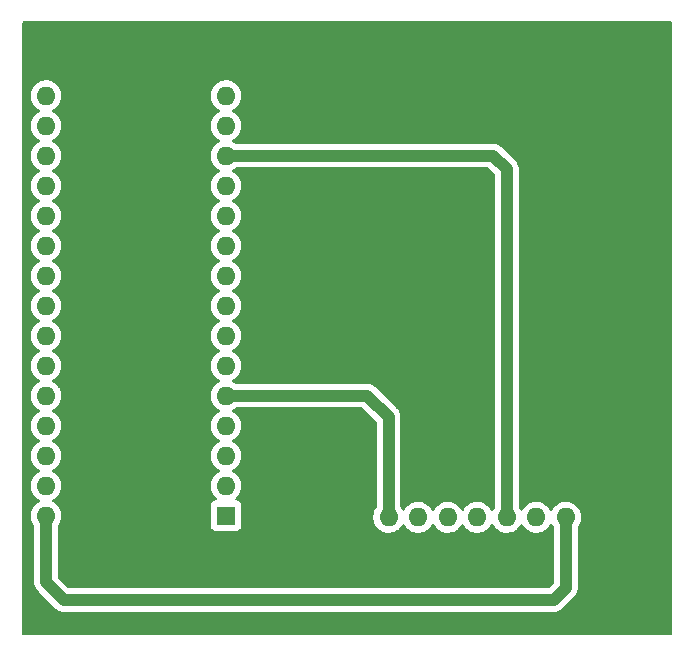
<source format=gbr>
%TF.GenerationSoftware,KiCad,Pcbnew,9.0.2-9.0.2-0~ubuntu22.04.1*%
%TF.CreationDate,2025-06-18T20:33:50+02:00*%
%TF.ProjectId,salaemcp,73616c61-656d-4637-902e-6b696361645f,rev?*%
%TF.SameCoordinates,Original*%
%TF.FileFunction,Copper,L1,Top*%
%TF.FilePolarity,Positive*%
%FSLAX46Y46*%
G04 Gerber Fmt 4.6, Leading zero omitted, Abs format (unit mm)*
G04 Created by KiCad (PCBNEW 9.0.2-9.0.2-0~ubuntu22.04.1) date 2025-06-18 20:33:50*
%MOMM*%
%LPD*%
G01*
G04 APERTURE LIST*
%TA.AperFunction,ComponentPad*%
%ADD10O,1.600000X1.600000*%
%TD*%
%TA.AperFunction,ComponentPad*%
%ADD11R,1.600000X1.600000*%
%TD*%
%TA.AperFunction,Conductor*%
%ADD12C,1.000000*%
%TD*%
G04 APERTURE END LIST*
D10*
%TO.P,,2*%
%TO.N,N/C*%
X132500000Y-93000000D03*
%TD*%
%TO.P,,5*%
%TO.N,N/C*%
X140000000Y-93000000D03*
%TD*%
%TO.P,,4*%
%TO.N,N/C*%
X137500000Y-93000000D03*
%TD*%
%TO.P,,1*%
%TO.N,N/C*%
X130000000Y-93000000D03*
%TD*%
%TO.P,,6*%
%TO.N,N/C*%
X142500000Y-93000000D03*
%TD*%
%TO.P,,3*%
%TO.N,N/C*%
X135000000Y-93000000D03*
%TD*%
%TO.P,,7*%
%TO.N,N/C*%
X145000000Y-93000000D03*
%TD*%
D11*
%TO.P,REF\u002A\u002A,1*%
%TO.N,N/C*%
X116240000Y-92860000D03*
D10*
%TO.P,REF\u002A\u002A,2*%
X116240000Y-90320000D03*
%TO.P,REF\u002A\u002A,3*%
X116240000Y-87780000D03*
%TO.P,REF\u002A\u002A,4*%
X116240000Y-85240000D03*
%TO.P,REF\u002A\u002A,5*%
X116240000Y-82700000D03*
%TO.P,REF\u002A\u002A,6*%
X116240000Y-80160000D03*
%TO.P,REF\u002A\u002A,7*%
X116240000Y-77620000D03*
%TO.P,REF\u002A\u002A,8*%
X116240000Y-75080000D03*
%TO.P,REF\u002A\u002A,9*%
X116240000Y-72540000D03*
%TO.P,REF\u002A\u002A,10*%
X116240000Y-70000000D03*
%TO.P,REF\u002A\u002A,11*%
X116240000Y-67460000D03*
%TO.P,REF\u002A\u002A,12*%
X116240000Y-64920000D03*
%TO.P,REF\u002A\u002A,13*%
X116240000Y-62380000D03*
%TO.P,REF\u002A\u002A,14*%
X116240000Y-59840000D03*
%TO.P,REF\u002A\u002A,15*%
X116240000Y-57300000D03*
%TO.P,REF\u002A\u002A,16*%
X101000000Y-57300000D03*
%TO.P,REF\u002A\u002A,17*%
X101000000Y-59840000D03*
%TO.P,REF\u002A\u002A,18*%
X101000000Y-62380000D03*
%TO.P,REF\u002A\u002A,19*%
X101000000Y-64920000D03*
%TO.P,REF\u002A\u002A,20*%
X101000000Y-67460000D03*
%TO.P,REF\u002A\u002A,21*%
X101000000Y-70000000D03*
%TO.P,REF\u002A\u002A,22*%
X101000000Y-72540000D03*
%TO.P,REF\u002A\u002A,23*%
X101000000Y-75080000D03*
%TO.P,REF\u002A\u002A,24*%
X101000000Y-77620000D03*
%TO.P,REF\u002A\u002A,25*%
X101000000Y-80160000D03*
%TO.P,REF\u002A\u002A,26*%
X101000000Y-82700000D03*
%TO.P,REF\u002A\u002A,27*%
X101000000Y-85240000D03*
%TO.P,REF\u002A\u002A,28*%
X101000000Y-87780000D03*
%TO.P,REF\u002A\u002A,29*%
X101000000Y-90320000D03*
%TO.P,REF\u002A\u002A,30*%
X101000000Y-92860000D03*
%TD*%
D12*
%TO.N,*%
X130000000Y-84500000D02*
X128200000Y-82700000D01*
X145000000Y-99000000D02*
X144000000Y-100000000D01*
X145000000Y-93000000D02*
X145000000Y-99000000D01*
X101000000Y-98500000D02*
X101000000Y-92860000D01*
X144000000Y-100000000D02*
X102500000Y-100000000D01*
X102500000Y-100000000D02*
X101000000Y-98500000D01*
X130000000Y-93000000D02*
X130000000Y-84500000D01*
X140000000Y-63500000D02*
X138880000Y-62380000D01*
X138880000Y-62380000D02*
X116240000Y-62380000D01*
X128200000Y-82700000D02*
X116240000Y-82700000D01*
X140000000Y-93000000D02*
X140000000Y-63500000D01*
%TD*%
%TA.AperFunction,NonConductor*%
G36*
X153942539Y-51020185D02*
G01*
X153988294Y-51072989D01*
X153999500Y-51124500D01*
X153999500Y-102875500D01*
X153979815Y-102942539D01*
X153927011Y-102988294D01*
X153875500Y-102999500D01*
X99124500Y-102999500D01*
X99057461Y-102979815D01*
X99011706Y-102927011D01*
X99000500Y-102875500D01*
X99000500Y-57197648D01*
X99699500Y-57197648D01*
X99699500Y-57402351D01*
X99731522Y-57604534D01*
X99794781Y-57799223D01*
X99887715Y-57981613D01*
X100008028Y-58147213D01*
X100152786Y-58291971D01*
X100307749Y-58404556D01*
X100318390Y-58412287D01*
X100409840Y-58458883D01*
X100411080Y-58459515D01*
X100461876Y-58507490D01*
X100478671Y-58575311D01*
X100456134Y-58641446D01*
X100411080Y-58680485D01*
X100318386Y-58727715D01*
X100152786Y-58848028D01*
X100008028Y-58992786D01*
X99887715Y-59158386D01*
X99794781Y-59340776D01*
X99731522Y-59535465D01*
X99699500Y-59737648D01*
X99699500Y-59942351D01*
X99731522Y-60144534D01*
X99794781Y-60339223D01*
X99887715Y-60521613D01*
X100008028Y-60687213D01*
X100152786Y-60831971D01*
X100307749Y-60944556D01*
X100318390Y-60952287D01*
X100409840Y-60998883D01*
X100411080Y-60999515D01*
X100461876Y-61047490D01*
X100478671Y-61115311D01*
X100456134Y-61181446D01*
X100411080Y-61220485D01*
X100318386Y-61267715D01*
X100152786Y-61388028D01*
X100008028Y-61532786D01*
X99887715Y-61698386D01*
X99794781Y-61880776D01*
X99731522Y-62075465D01*
X99699500Y-62277648D01*
X99699500Y-62482351D01*
X99731522Y-62684534D01*
X99794781Y-62879223D01*
X99887715Y-63061613D01*
X100008028Y-63227213D01*
X100152786Y-63371971D01*
X100307749Y-63484556D01*
X100318390Y-63492287D01*
X100409840Y-63538883D01*
X100411080Y-63539515D01*
X100461876Y-63587490D01*
X100478671Y-63655311D01*
X100456134Y-63721446D01*
X100411080Y-63760485D01*
X100318386Y-63807715D01*
X100152786Y-63928028D01*
X100008028Y-64072786D01*
X99887715Y-64238386D01*
X99794781Y-64420776D01*
X99731522Y-64615465D01*
X99699500Y-64817648D01*
X99699500Y-65022351D01*
X99731522Y-65224534D01*
X99794781Y-65419223D01*
X99887715Y-65601613D01*
X100008028Y-65767213D01*
X100152786Y-65911971D01*
X100307749Y-66024556D01*
X100318390Y-66032287D01*
X100409840Y-66078883D01*
X100411080Y-66079515D01*
X100461876Y-66127490D01*
X100478671Y-66195311D01*
X100456134Y-66261446D01*
X100411080Y-66300485D01*
X100318386Y-66347715D01*
X100152786Y-66468028D01*
X100008028Y-66612786D01*
X99887715Y-66778386D01*
X99794781Y-66960776D01*
X99731522Y-67155465D01*
X99699500Y-67357648D01*
X99699500Y-67562351D01*
X99731522Y-67764534D01*
X99794781Y-67959223D01*
X99887715Y-68141613D01*
X100008028Y-68307213D01*
X100152786Y-68451971D01*
X100307749Y-68564556D01*
X100318390Y-68572287D01*
X100409840Y-68618883D01*
X100411080Y-68619515D01*
X100461876Y-68667490D01*
X100478671Y-68735311D01*
X100456134Y-68801446D01*
X100411080Y-68840485D01*
X100318386Y-68887715D01*
X100152786Y-69008028D01*
X100008028Y-69152786D01*
X99887715Y-69318386D01*
X99794781Y-69500776D01*
X99731522Y-69695465D01*
X99699500Y-69897648D01*
X99699500Y-70102351D01*
X99731522Y-70304534D01*
X99794781Y-70499223D01*
X99887715Y-70681613D01*
X100008028Y-70847213D01*
X100152786Y-70991971D01*
X100307749Y-71104556D01*
X100318390Y-71112287D01*
X100409840Y-71158883D01*
X100411080Y-71159515D01*
X100461876Y-71207490D01*
X100478671Y-71275311D01*
X100456134Y-71341446D01*
X100411080Y-71380485D01*
X100318386Y-71427715D01*
X100152786Y-71548028D01*
X100008028Y-71692786D01*
X99887715Y-71858386D01*
X99794781Y-72040776D01*
X99731522Y-72235465D01*
X99699500Y-72437648D01*
X99699500Y-72642351D01*
X99731522Y-72844534D01*
X99794781Y-73039223D01*
X99887715Y-73221613D01*
X100008028Y-73387213D01*
X100152786Y-73531971D01*
X100307749Y-73644556D01*
X100318390Y-73652287D01*
X100409840Y-73698883D01*
X100411080Y-73699515D01*
X100461876Y-73747490D01*
X100478671Y-73815311D01*
X100456134Y-73881446D01*
X100411080Y-73920485D01*
X100318386Y-73967715D01*
X100152786Y-74088028D01*
X100008028Y-74232786D01*
X99887715Y-74398386D01*
X99794781Y-74580776D01*
X99731522Y-74775465D01*
X99699500Y-74977648D01*
X99699500Y-75182351D01*
X99731522Y-75384534D01*
X99794781Y-75579223D01*
X99887715Y-75761613D01*
X100008028Y-75927213D01*
X100152786Y-76071971D01*
X100307749Y-76184556D01*
X100318390Y-76192287D01*
X100409840Y-76238883D01*
X100411080Y-76239515D01*
X100461876Y-76287490D01*
X100478671Y-76355311D01*
X100456134Y-76421446D01*
X100411080Y-76460485D01*
X100318386Y-76507715D01*
X100152786Y-76628028D01*
X100008028Y-76772786D01*
X99887715Y-76938386D01*
X99794781Y-77120776D01*
X99731522Y-77315465D01*
X99699500Y-77517648D01*
X99699500Y-77722351D01*
X99731522Y-77924534D01*
X99794781Y-78119223D01*
X99887715Y-78301613D01*
X100008028Y-78467213D01*
X100152786Y-78611971D01*
X100307749Y-78724556D01*
X100318390Y-78732287D01*
X100409840Y-78778883D01*
X100411080Y-78779515D01*
X100461876Y-78827490D01*
X100478671Y-78895311D01*
X100456134Y-78961446D01*
X100411080Y-79000485D01*
X100318386Y-79047715D01*
X100152786Y-79168028D01*
X100008028Y-79312786D01*
X99887715Y-79478386D01*
X99794781Y-79660776D01*
X99731522Y-79855465D01*
X99699500Y-80057648D01*
X99699500Y-80262351D01*
X99731522Y-80464534D01*
X99794781Y-80659223D01*
X99887715Y-80841613D01*
X100008028Y-81007213D01*
X100152786Y-81151971D01*
X100307749Y-81264556D01*
X100318390Y-81272287D01*
X100409840Y-81318883D01*
X100411080Y-81319515D01*
X100461876Y-81367490D01*
X100478671Y-81435311D01*
X100456134Y-81501446D01*
X100411080Y-81540485D01*
X100318386Y-81587715D01*
X100152786Y-81708028D01*
X100008028Y-81852786D01*
X99887715Y-82018386D01*
X99794781Y-82200776D01*
X99731522Y-82395465D01*
X99699500Y-82597648D01*
X99699500Y-82802351D01*
X99731522Y-83004534D01*
X99794781Y-83199223D01*
X99887715Y-83381613D01*
X100008028Y-83547213D01*
X100152786Y-83691971D01*
X100307749Y-83804556D01*
X100318390Y-83812287D01*
X100409840Y-83858883D01*
X100411080Y-83859515D01*
X100461876Y-83907490D01*
X100478671Y-83975311D01*
X100456134Y-84041446D01*
X100411080Y-84080485D01*
X100318386Y-84127715D01*
X100152786Y-84248028D01*
X100008028Y-84392786D01*
X99887715Y-84558386D01*
X99794781Y-84740776D01*
X99731522Y-84935465D01*
X99699500Y-85137648D01*
X99699500Y-85342351D01*
X99731522Y-85544534D01*
X99794781Y-85739223D01*
X99887715Y-85921613D01*
X100008028Y-86087213D01*
X100152786Y-86231971D01*
X100307749Y-86344556D01*
X100318390Y-86352287D01*
X100409840Y-86398883D01*
X100411080Y-86399515D01*
X100461876Y-86447490D01*
X100478671Y-86515311D01*
X100456134Y-86581446D01*
X100411080Y-86620485D01*
X100318386Y-86667715D01*
X100152786Y-86788028D01*
X100008028Y-86932786D01*
X99887715Y-87098386D01*
X99794781Y-87280776D01*
X99731522Y-87475465D01*
X99699500Y-87677648D01*
X99699500Y-87882351D01*
X99731522Y-88084534D01*
X99794781Y-88279223D01*
X99887715Y-88461613D01*
X100008028Y-88627213D01*
X100152786Y-88771971D01*
X100307749Y-88884556D01*
X100318390Y-88892287D01*
X100409840Y-88938883D01*
X100411080Y-88939515D01*
X100461876Y-88987490D01*
X100478671Y-89055311D01*
X100456134Y-89121446D01*
X100411080Y-89160485D01*
X100318386Y-89207715D01*
X100152786Y-89328028D01*
X100008028Y-89472786D01*
X99887715Y-89638386D01*
X99794781Y-89820776D01*
X99731522Y-90015465D01*
X99699500Y-90217648D01*
X99699500Y-90422351D01*
X99731522Y-90624534D01*
X99794781Y-90819223D01*
X99887715Y-91001613D01*
X100008028Y-91167213D01*
X100152786Y-91311971D01*
X100307749Y-91424556D01*
X100318390Y-91432287D01*
X100407732Y-91477809D01*
X100411080Y-91479515D01*
X100461876Y-91527490D01*
X100478671Y-91595311D01*
X100456134Y-91661446D01*
X100411080Y-91700485D01*
X100318386Y-91747715D01*
X100152786Y-91868028D01*
X100008028Y-92012786D01*
X99887715Y-92178386D01*
X99794781Y-92360776D01*
X99731522Y-92555465D01*
X99699500Y-92757648D01*
X99699500Y-92962351D01*
X99731522Y-93164534D01*
X99794781Y-93359223D01*
X99887713Y-93541610D01*
X99975819Y-93662877D01*
X99999298Y-93728681D01*
X99999500Y-93735761D01*
X99999500Y-98598541D01*
X99999500Y-98598543D01*
X99999499Y-98598543D01*
X100037947Y-98791829D01*
X100037950Y-98791839D01*
X100113364Y-98973907D01*
X100113371Y-98973920D01*
X100222859Y-99137780D01*
X100222860Y-99137781D01*
X100222861Y-99137782D01*
X100362218Y-99277139D01*
X100362219Y-99277139D01*
X100369286Y-99284206D01*
X100369285Y-99284206D01*
X100369288Y-99284208D01*
X101722860Y-100637781D01*
X101722861Y-100637782D01*
X101862218Y-100777139D01*
X102026086Y-100886632D01*
X102132745Y-100930811D01*
X102208164Y-100962051D01*
X102401454Y-101000499D01*
X102401457Y-101000500D01*
X102401459Y-101000500D01*
X144098542Y-101000500D01*
X144129566Y-100994328D01*
X144195188Y-100981275D01*
X144291836Y-100962051D01*
X144345165Y-100939961D01*
X144473914Y-100886632D01*
X144637782Y-100777139D01*
X144777139Y-100637782D01*
X144777139Y-100637780D01*
X144787347Y-100627573D01*
X144787348Y-100627570D01*
X145777140Y-99637781D01*
X145886632Y-99473914D01*
X145962052Y-99291835D01*
X146000501Y-99098540D01*
X146000501Y-98901459D01*
X146000501Y-98896349D01*
X146000500Y-98896323D01*
X146000500Y-93875761D01*
X146020185Y-93808722D01*
X146024165Y-93802899D01*
X146112287Y-93681610D01*
X146205220Y-93499219D01*
X146268477Y-93304534D01*
X146300500Y-93102352D01*
X146300500Y-92897648D01*
X146268477Y-92695466D01*
X146205220Y-92500781D01*
X146205218Y-92500778D01*
X146205218Y-92500776D01*
X146168053Y-92427836D01*
X146112287Y-92318390D01*
X146104556Y-92307749D01*
X145991971Y-92152786D01*
X145847213Y-92008028D01*
X145681613Y-91887715D01*
X145681612Y-91887714D01*
X145681610Y-91887713D01*
X145624653Y-91858691D01*
X145499223Y-91794781D01*
X145304534Y-91731522D01*
X145121009Y-91702455D01*
X145102352Y-91699500D01*
X144897648Y-91699500D01*
X144878991Y-91702455D01*
X144695465Y-91731522D01*
X144500776Y-91794781D01*
X144318386Y-91887715D01*
X144152786Y-92008028D01*
X144008028Y-92152786D01*
X143887713Y-92318388D01*
X143860484Y-92371828D01*
X143812510Y-92422623D01*
X143744688Y-92439418D01*
X143678554Y-92416880D01*
X143639516Y-92371828D01*
X143612286Y-92318388D01*
X143491971Y-92152786D01*
X143347213Y-92008028D01*
X143181613Y-91887715D01*
X143181612Y-91887714D01*
X143181610Y-91887713D01*
X143124653Y-91858691D01*
X142999223Y-91794781D01*
X142804534Y-91731522D01*
X142621009Y-91702455D01*
X142602352Y-91699500D01*
X142397648Y-91699500D01*
X142378991Y-91702455D01*
X142195465Y-91731522D01*
X142000776Y-91794781D01*
X141818386Y-91887715D01*
X141652786Y-92008028D01*
X141508028Y-92152786D01*
X141387713Y-92318388D01*
X141360484Y-92371828D01*
X141356517Y-92376028D01*
X141354942Y-92381586D01*
X141332796Y-92401143D01*
X141312510Y-92422623D01*
X141306902Y-92424011D01*
X141302572Y-92427836D01*
X141273363Y-92432316D01*
X141244688Y-92439418D01*
X141239220Y-92437554D01*
X141233510Y-92438431D01*
X141206516Y-92426409D01*
X141178554Y-92416880D01*
X141173587Y-92411744D01*
X141169684Y-92410006D01*
X141159759Y-92397446D01*
X141146321Y-92383551D01*
X141142592Y-92377867D01*
X141112287Y-92318390D01*
X141022448Y-92194737D01*
X141020821Y-92192256D01*
X141011491Y-92161554D01*
X141000702Y-92131316D01*
X141000536Y-92125504D01*
X141000506Y-92125405D01*
X141000530Y-92125317D01*
X141000500Y-92124237D01*
X141000500Y-63401456D01*
X140962052Y-63208170D01*
X140962051Y-63208169D01*
X140962051Y-63208165D01*
X140901348Y-63061613D01*
X140886635Y-63026092D01*
X140886628Y-63026079D01*
X140777139Y-62862218D01*
X140777136Y-62862214D01*
X140634686Y-62719764D01*
X140634655Y-62719735D01*
X139661479Y-61746559D01*
X139661459Y-61746537D01*
X139517785Y-61602863D01*
X139517781Y-61602860D01*
X139353920Y-61493371D01*
X139353911Y-61493366D01*
X139281315Y-61463296D01*
X139225165Y-61440038D01*
X139171836Y-61417949D01*
X139171832Y-61417948D01*
X139171828Y-61417946D01*
X139075188Y-61398724D01*
X138978544Y-61379500D01*
X138978541Y-61379500D01*
X117115762Y-61379500D01*
X117048723Y-61359815D01*
X117042877Y-61355818D01*
X116921613Y-61267715D01*
X116921612Y-61267714D01*
X116921610Y-61267713D01*
X116828917Y-61220483D01*
X116778123Y-61172511D01*
X116761328Y-61104690D01*
X116783865Y-61038555D01*
X116828917Y-60999516D01*
X116921610Y-60952287D01*
X116942770Y-60936913D01*
X117087213Y-60831971D01*
X117087215Y-60831968D01*
X117087219Y-60831966D01*
X117231966Y-60687219D01*
X117231968Y-60687215D01*
X117231971Y-60687213D01*
X117284732Y-60614590D01*
X117352287Y-60521610D01*
X117445220Y-60339219D01*
X117508477Y-60144534D01*
X117540500Y-59942352D01*
X117540500Y-59737648D01*
X117508477Y-59535466D01*
X117445220Y-59340781D01*
X117445218Y-59340778D01*
X117445218Y-59340776D01*
X117411503Y-59274607D01*
X117352287Y-59158390D01*
X117344556Y-59147749D01*
X117231971Y-58992786D01*
X117087213Y-58848028D01*
X116921614Y-58727715D01*
X116915006Y-58724348D01*
X116828917Y-58680483D01*
X116778123Y-58632511D01*
X116761328Y-58564690D01*
X116783865Y-58498555D01*
X116828917Y-58459516D01*
X116921610Y-58412287D01*
X116942770Y-58396913D01*
X117087213Y-58291971D01*
X117087215Y-58291968D01*
X117087219Y-58291966D01*
X117231966Y-58147219D01*
X117231968Y-58147215D01*
X117231971Y-58147213D01*
X117284732Y-58074590D01*
X117352287Y-57981610D01*
X117445220Y-57799219D01*
X117508477Y-57604534D01*
X117540500Y-57402352D01*
X117540500Y-57197648D01*
X117508477Y-56995466D01*
X117445220Y-56800781D01*
X117445218Y-56800778D01*
X117445218Y-56800776D01*
X117411503Y-56734607D01*
X117352287Y-56618390D01*
X117344556Y-56607749D01*
X117231971Y-56452786D01*
X117087213Y-56308028D01*
X116921613Y-56187715D01*
X116921612Y-56187714D01*
X116921610Y-56187713D01*
X116864653Y-56158691D01*
X116739223Y-56094781D01*
X116544534Y-56031522D01*
X116369995Y-56003878D01*
X116342352Y-55999500D01*
X116137648Y-55999500D01*
X116113329Y-56003351D01*
X115935465Y-56031522D01*
X115740776Y-56094781D01*
X115558386Y-56187715D01*
X115392786Y-56308028D01*
X115248028Y-56452786D01*
X115127715Y-56618386D01*
X115034781Y-56800776D01*
X114971522Y-56995465D01*
X114939500Y-57197648D01*
X114939500Y-57402351D01*
X114971522Y-57604534D01*
X115034781Y-57799223D01*
X115127715Y-57981613D01*
X115248028Y-58147213D01*
X115392786Y-58291971D01*
X115547749Y-58404556D01*
X115558390Y-58412287D01*
X115649840Y-58458883D01*
X115651080Y-58459515D01*
X115701876Y-58507490D01*
X115718671Y-58575311D01*
X115696134Y-58641446D01*
X115651080Y-58680485D01*
X115558386Y-58727715D01*
X115392786Y-58848028D01*
X115248028Y-58992786D01*
X115127715Y-59158386D01*
X115034781Y-59340776D01*
X114971522Y-59535465D01*
X114939500Y-59737648D01*
X114939500Y-59942351D01*
X114971522Y-60144534D01*
X115034781Y-60339223D01*
X115127715Y-60521613D01*
X115248028Y-60687213D01*
X115392786Y-60831971D01*
X115547749Y-60944556D01*
X115558390Y-60952287D01*
X115649840Y-60998883D01*
X115651080Y-60999515D01*
X115701876Y-61047490D01*
X115718671Y-61115311D01*
X115696134Y-61181446D01*
X115651080Y-61220485D01*
X115558386Y-61267715D01*
X115392786Y-61388028D01*
X115248028Y-61532786D01*
X115127715Y-61698386D01*
X115034781Y-61880776D01*
X114971522Y-62075465D01*
X114939500Y-62277648D01*
X114939500Y-62482351D01*
X114971522Y-62684534D01*
X115034781Y-62879223D01*
X115127715Y-63061613D01*
X115248028Y-63227213D01*
X115392786Y-63371971D01*
X115547749Y-63484556D01*
X115558390Y-63492287D01*
X115649840Y-63538883D01*
X115651080Y-63539515D01*
X115701876Y-63587490D01*
X115718671Y-63655311D01*
X115696134Y-63721446D01*
X115651080Y-63760485D01*
X115558386Y-63807715D01*
X115392786Y-63928028D01*
X115248028Y-64072786D01*
X115127715Y-64238386D01*
X115034781Y-64420776D01*
X114971522Y-64615465D01*
X114939500Y-64817648D01*
X114939500Y-65022351D01*
X114971522Y-65224534D01*
X115034781Y-65419223D01*
X115127715Y-65601613D01*
X115248028Y-65767213D01*
X115392786Y-65911971D01*
X115547749Y-66024556D01*
X115558390Y-66032287D01*
X115649840Y-66078883D01*
X115651080Y-66079515D01*
X115701876Y-66127490D01*
X115718671Y-66195311D01*
X115696134Y-66261446D01*
X115651080Y-66300485D01*
X115558386Y-66347715D01*
X115392786Y-66468028D01*
X115248028Y-66612786D01*
X115127715Y-66778386D01*
X115034781Y-66960776D01*
X114971522Y-67155465D01*
X114939500Y-67357648D01*
X114939500Y-67562351D01*
X114971522Y-67764534D01*
X115034781Y-67959223D01*
X115127715Y-68141613D01*
X115248028Y-68307213D01*
X115392786Y-68451971D01*
X115547749Y-68564556D01*
X115558390Y-68572287D01*
X115649840Y-68618883D01*
X115651080Y-68619515D01*
X115701876Y-68667490D01*
X115718671Y-68735311D01*
X115696134Y-68801446D01*
X115651080Y-68840485D01*
X115558386Y-68887715D01*
X115392786Y-69008028D01*
X115248028Y-69152786D01*
X115127715Y-69318386D01*
X115034781Y-69500776D01*
X114971522Y-69695465D01*
X114939500Y-69897648D01*
X114939500Y-70102351D01*
X114971522Y-70304534D01*
X115034781Y-70499223D01*
X115127715Y-70681613D01*
X115248028Y-70847213D01*
X115392786Y-70991971D01*
X115547749Y-71104556D01*
X115558390Y-71112287D01*
X115649840Y-71158883D01*
X115651080Y-71159515D01*
X115701876Y-71207490D01*
X115718671Y-71275311D01*
X115696134Y-71341446D01*
X115651080Y-71380485D01*
X115558386Y-71427715D01*
X115392786Y-71548028D01*
X115248028Y-71692786D01*
X115127715Y-71858386D01*
X115034781Y-72040776D01*
X114971522Y-72235465D01*
X114939500Y-72437648D01*
X114939500Y-72642351D01*
X114971522Y-72844534D01*
X115034781Y-73039223D01*
X115127715Y-73221613D01*
X115248028Y-73387213D01*
X115392786Y-73531971D01*
X115547749Y-73644556D01*
X115558390Y-73652287D01*
X115649840Y-73698883D01*
X115651080Y-73699515D01*
X115701876Y-73747490D01*
X115718671Y-73815311D01*
X115696134Y-73881446D01*
X115651080Y-73920485D01*
X115558386Y-73967715D01*
X115392786Y-74088028D01*
X115248028Y-74232786D01*
X115127715Y-74398386D01*
X115034781Y-74580776D01*
X114971522Y-74775465D01*
X114939500Y-74977648D01*
X114939500Y-75182351D01*
X114971522Y-75384534D01*
X115034781Y-75579223D01*
X115127715Y-75761613D01*
X115248028Y-75927213D01*
X115392786Y-76071971D01*
X115547749Y-76184556D01*
X115558390Y-76192287D01*
X115649840Y-76238883D01*
X115651080Y-76239515D01*
X115701876Y-76287490D01*
X115718671Y-76355311D01*
X115696134Y-76421446D01*
X115651080Y-76460485D01*
X115558386Y-76507715D01*
X115392786Y-76628028D01*
X115248028Y-76772786D01*
X115127715Y-76938386D01*
X115034781Y-77120776D01*
X114971522Y-77315465D01*
X114939500Y-77517648D01*
X114939500Y-77722351D01*
X114971522Y-77924534D01*
X115034781Y-78119223D01*
X115127715Y-78301613D01*
X115248028Y-78467213D01*
X115392786Y-78611971D01*
X115547749Y-78724556D01*
X115558390Y-78732287D01*
X115649840Y-78778883D01*
X115651080Y-78779515D01*
X115701876Y-78827490D01*
X115718671Y-78895311D01*
X115696134Y-78961446D01*
X115651080Y-79000485D01*
X115558386Y-79047715D01*
X115392786Y-79168028D01*
X115248028Y-79312786D01*
X115127715Y-79478386D01*
X115034781Y-79660776D01*
X114971522Y-79855465D01*
X114939500Y-80057648D01*
X114939500Y-80262351D01*
X114971522Y-80464534D01*
X115034781Y-80659223D01*
X115127715Y-80841613D01*
X115248028Y-81007213D01*
X115392786Y-81151971D01*
X115547749Y-81264556D01*
X115558390Y-81272287D01*
X115649840Y-81318883D01*
X115651080Y-81319515D01*
X115701876Y-81367490D01*
X115718671Y-81435311D01*
X115696134Y-81501446D01*
X115651080Y-81540485D01*
X115558386Y-81587715D01*
X115392786Y-81708028D01*
X115248028Y-81852786D01*
X115127715Y-82018386D01*
X115034781Y-82200776D01*
X114971522Y-82395465D01*
X114939500Y-82597648D01*
X114939500Y-82802351D01*
X114971522Y-83004534D01*
X115034781Y-83199223D01*
X115127715Y-83381613D01*
X115248028Y-83547213D01*
X115392786Y-83691971D01*
X115547749Y-83804556D01*
X115558390Y-83812287D01*
X115649840Y-83858883D01*
X115651080Y-83859515D01*
X115701876Y-83907490D01*
X115718671Y-83975311D01*
X115696134Y-84041446D01*
X115651080Y-84080485D01*
X115558386Y-84127715D01*
X115392786Y-84248028D01*
X115248028Y-84392786D01*
X115127715Y-84558386D01*
X115034781Y-84740776D01*
X114971522Y-84935465D01*
X114939500Y-85137648D01*
X114939500Y-85342351D01*
X114971522Y-85544534D01*
X115034781Y-85739223D01*
X115127715Y-85921613D01*
X115248028Y-86087213D01*
X115392786Y-86231971D01*
X115547749Y-86344556D01*
X115558390Y-86352287D01*
X115649840Y-86398883D01*
X115651080Y-86399515D01*
X115701876Y-86447490D01*
X115718671Y-86515311D01*
X115696134Y-86581446D01*
X115651080Y-86620485D01*
X115558386Y-86667715D01*
X115392786Y-86788028D01*
X115248028Y-86932786D01*
X115127715Y-87098386D01*
X115034781Y-87280776D01*
X114971522Y-87475465D01*
X114939500Y-87677648D01*
X114939500Y-87882351D01*
X114971522Y-88084534D01*
X115034781Y-88279223D01*
X115127715Y-88461613D01*
X115248028Y-88627213D01*
X115392786Y-88771971D01*
X115547749Y-88884556D01*
X115558390Y-88892287D01*
X115649840Y-88938883D01*
X115651080Y-88939515D01*
X115701876Y-88987490D01*
X115718671Y-89055311D01*
X115696134Y-89121446D01*
X115651080Y-89160485D01*
X115558386Y-89207715D01*
X115392786Y-89328028D01*
X115248028Y-89472786D01*
X115127715Y-89638386D01*
X115034781Y-89820776D01*
X114971522Y-90015465D01*
X114939500Y-90217648D01*
X114939500Y-90422351D01*
X114971522Y-90624534D01*
X115034781Y-90819223D01*
X115127715Y-91001613D01*
X115248028Y-91167213D01*
X115392784Y-91311969D01*
X115429068Y-91338330D01*
X115471735Y-91393659D01*
X115477715Y-91463273D01*
X115445109Y-91525068D01*
X115384271Y-91559426D01*
X115369440Y-91561938D01*
X115332519Y-91565907D01*
X115197671Y-91616202D01*
X115197664Y-91616206D01*
X115082455Y-91702452D01*
X115082452Y-91702455D01*
X114996206Y-91817664D01*
X114996202Y-91817671D01*
X114945908Y-91952517D01*
X114939940Y-92008034D01*
X114939501Y-92012123D01*
X114939500Y-92012135D01*
X114939500Y-93707870D01*
X114939501Y-93707876D01*
X114945908Y-93767483D01*
X114996202Y-93902328D01*
X114996206Y-93902335D01*
X115082452Y-94017544D01*
X115082455Y-94017547D01*
X115197664Y-94103793D01*
X115197671Y-94103797D01*
X115332517Y-94154091D01*
X115332516Y-94154091D01*
X115339444Y-94154835D01*
X115392127Y-94160500D01*
X117087872Y-94160499D01*
X117147483Y-94154091D01*
X117282331Y-94103796D01*
X117397546Y-94017546D01*
X117483796Y-93902331D01*
X117534091Y-93767483D01*
X117540500Y-93707873D01*
X117540499Y-92012128D01*
X117534091Y-91952517D01*
X117509921Y-91887715D01*
X117483797Y-91817671D01*
X117483793Y-91817664D01*
X117397547Y-91702455D01*
X117397544Y-91702452D01*
X117282335Y-91616206D01*
X117282328Y-91616202D01*
X117147482Y-91565908D01*
X117147483Y-91565908D01*
X117110560Y-91561939D01*
X117046009Y-91535201D01*
X117006160Y-91477809D01*
X117003667Y-91407984D01*
X117039319Y-91347895D01*
X117050930Y-91338331D01*
X117087219Y-91311966D01*
X117231966Y-91167219D01*
X117231968Y-91167215D01*
X117231971Y-91167213D01*
X117284732Y-91094590D01*
X117352287Y-91001610D01*
X117445220Y-90819219D01*
X117508477Y-90624534D01*
X117540500Y-90422352D01*
X117540500Y-90217648D01*
X117508477Y-90015466D01*
X117445220Y-89820781D01*
X117445218Y-89820778D01*
X117445218Y-89820776D01*
X117411503Y-89754607D01*
X117352287Y-89638390D01*
X117344556Y-89627749D01*
X117231971Y-89472786D01*
X117087213Y-89328028D01*
X116921614Y-89207715D01*
X116915006Y-89204348D01*
X116828917Y-89160483D01*
X116778123Y-89112511D01*
X116761328Y-89044690D01*
X116783865Y-88978555D01*
X116828917Y-88939516D01*
X116921610Y-88892287D01*
X116942770Y-88876913D01*
X117087213Y-88771971D01*
X117087215Y-88771968D01*
X117087219Y-88771966D01*
X117231966Y-88627219D01*
X117231968Y-88627215D01*
X117231971Y-88627213D01*
X117284732Y-88554590D01*
X117352287Y-88461610D01*
X117445220Y-88279219D01*
X117508477Y-88084534D01*
X117540500Y-87882352D01*
X117540500Y-87677648D01*
X117508477Y-87475466D01*
X117445220Y-87280781D01*
X117445218Y-87280778D01*
X117445218Y-87280776D01*
X117411503Y-87214607D01*
X117352287Y-87098390D01*
X117344556Y-87087749D01*
X117231971Y-86932786D01*
X117087213Y-86788028D01*
X116921614Y-86667715D01*
X116915006Y-86664348D01*
X116828917Y-86620483D01*
X116778123Y-86572511D01*
X116761328Y-86504690D01*
X116783865Y-86438555D01*
X116828917Y-86399516D01*
X116921610Y-86352287D01*
X116942770Y-86336913D01*
X117087213Y-86231971D01*
X117087215Y-86231968D01*
X117087219Y-86231966D01*
X117231966Y-86087219D01*
X117231968Y-86087215D01*
X117231971Y-86087213D01*
X117284732Y-86014590D01*
X117352287Y-85921610D01*
X117445220Y-85739219D01*
X117508477Y-85544534D01*
X117540500Y-85342352D01*
X117540500Y-85137648D01*
X117508477Y-84935466D01*
X117445220Y-84740781D01*
X117445218Y-84740778D01*
X117445218Y-84740776D01*
X117411503Y-84674607D01*
X117352287Y-84558390D01*
X117344556Y-84547749D01*
X117231971Y-84392786D01*
X117087213Y-84248028D01*
X116921614Y-84127715D01*
X116915006Y-84124348D01*
X116828917Y-84080483D01*
X116778123Y-84032511D01*
X116761328Y-83964690D01*
X116783865Y-83898555D01*
X116828917Y-83859516D01*
X116921610Y-83812287D01*
X117042877Y-83724181D01*
X117108683Y-83700702D01*
X117115762Y-83700500D01*
X127734218Y-83700500D01*
X127801257Y-83720185D01*
X127821899Y-83736819D01*
X128963181Y-84878101D01*
X128996666Y-84939424D01*
X128999500Y-84965782D01*
X128999500Y-92124237D01*
X128979815Y-92191276D01*
X128975818Y-92197122D01*
X128887715Y-92318386D01*
X128794781Y-92500776D01*
X128731522Y-92695465D01*
X128699500Y-92897648D01*
X128699500Y-93102351D01*
X128731522Y-93304534D01*
X128794781Y-93499223D01*
X128847430Y-93602550D01*
X128881146Y-93668722D01*
X128887715Y-93681613D01*
X129008028Y-93847213D01*
X129152786Y-93991971D01*
X129306699Y-94103793D01*
X129318390Y-94112287D01*
X129434607Y-94171503D01*
X129500776Y-94205218D01*
X129500778Y-94205218D01*
X129500781Y-94205220D01*
X129605137Y-94239127D01*
X129695465Y-94268477D01*
X129796557Y-94284488D01*
X129897648Y-94300500D01*
X129897649Y-94300500D01*
X130102351Y-94300500D01*
X130102352Y-94300500D01*
X130304534Y-94268477D01*
X130499219Y-94205220D01*
X130681610Y-94112287D01*
X130774590Y-94044732D01*
X130847213Y-93991971D01*
X130847215Y-93991968D01*
X130847219Y-93991966D01*
X130991966Y-93847219D01*
X130991968Y-93847215D01*
X130991971Y-93847213D01*
X131078088Y-93728681D01*
X131112287Y-93681610D01*
X131139515Y-93628171D01*
X131187490Y-93577376D01*
X131255311Y-93560581D01*
X131321446Y-93583118D01*
X131360484Y-93628171D01*
X131381146Y-93668722D01*
X131387715Y-93681613D01*
X131508028Y-93847213D01*
X131652786Y-93991971D01*
X131806699Y-94103793D01*
X131818390Y-94112287D01*
X131934607Y-94171503D01*
X132000776Y-94205218D01*
X132000778Y-94205218D01*
X132000781Y-94205220D01*
X132105137Y-94239127D01*
X132195465Y-94268477D01*
X132296557Y-94284488D01*
X132397648Y-94300500D01*
X132397649Y-94300500D01*
X132602351Y-94300500D01*
X132602352Y-94300500D01*
X132804534Y-94268477D01*
X132999219Y-94205220D01*
X133181610Y-94112287D01*
X133274590Y-94044732D01*
X133347213Y-93991971D01*
X133347215Y-93991968D01*
X133347219Y-93991966D01*
X133491966Y-93847219D01*
X133491968Y-93847215D01*
X133491971Y-93847213D01*
X133578088Y-93728681D01*
X133612287Y-93681610D01*
X133639515Y-93628171D01*
X133687490Y-93577376D01*
X133755311Y-93560581D01*
X133821446Y-93583118D01*
X133860484Y-93628171D01*
X133881146Y-93668722D01*
X133887715Y-93681613D01*
X134008028Y-93847213D01*
X134152786Y-93991971D01*
X134306699Y-94103793D01*
X134318390Y-94112287D01*
X134434607Y-94171503D01*
X134500776Y-94205218D01*
X134500778Y-94205218D01*
X134500781Y-94205220D01*
X134605137Y-94239127D01*
X134695465Y-94268477D01*
X134796557Y-94284488D01*
X134897648Y-94300500D01*
X134897649Y-94300500D01*
X135102351Y-94300500D01*
X135102352Y-94300500D01*
X135304534Y-94268477D01*
X135499219Y-94205220D01*
X135681610Y-94112287D01*
X135774590Y-94044732D01*
X135847213Y-93991971D01*
X135847215Y-93991968D01*
X135847219Y-93991966D01*
X135991966Y-93847219D01*
X135991968Y-93847215D01*
X135991971Y-93847213D01*
X136078088Y-93728681D01*
X136112287Y-93681610D01*
X136139515Y-93628171D01*
X136187490Y-93577376D01*
X136255311Y-93560581D01*
X136321446Y-93583118D01*
X136360484Y-93628171D01*
X136381146Y-93668722D01*
X136387715Y-93681613D01*
X136508028Y-93847213D01*
X136652786Y-93991971D01*
X136806699Y-94103793D01*
X136818390Y-94112287D01*
X136934607Y-94171503D01*
X137000776Y-94205218D01*
X137000778Y-94205218D01*
X137000781Y-94205220D01*
X137105137Y-94239127D01*
X137195465Y-94268477D01*
X137296557Y-94284488D01*
X137397648Y-94300500D01*
X137397649Y-94300500D01*
X137602351Y-94300500D01*
X137602352Y-94300500D01*
X137804534Y-94268477D01*
X137999219Y-94205220D01*
X138181610Y-94112287D01*
X138274590Y-94044732D01*
X138347213Y-93991971D01*
X138347215Y-93991968D01*
X138347219Y-93991966D01*
X138491966Y-93847219D01*
X138491968Y-93847215D01*
X138491971Y-93847213D01*
X138578088Y-93728681D01*
X138612287Y-93681610D01*
X138639515Y-93628171D01*
X138687490Y-93577376D01*
X138755311Y-93560581D01*
X138821446Y-93583118D01*
X138860484Y-93628171D01*
X138881146Y-93668722D01*
X138887715Y-93681613D01*
X139008028Y-93847213D01*
X139152786Y-93991971D01*
X139306699Y-94103793D01*
X139318390Y-94112287D01*
X139434607Y-94171503D01*
X139500776Y-94205218D01*
X139500778Y-94205218D01*
X139500781Y-94205220D01*
X139605137Y-94239127D01*
X139695465Y-94268477D01*
X139796557Y-94284488D01*
X139897648Y-94300500D01*
X139897649Y-94300500D01*
X140102351Y-94300500D01*
X140102352Y-94300500D01*
X140304534Y-94268477D01*
X140499219Y-94205220D01*
X140681610Y-94112287D01*
X140774590Y-94044732D01*
X140847213Y-93991971D01*
X140847215Y-93991968D01*
X140847219Y-93991966D01*
X140991966Y-93847219D01*
X140991968Y-93847215D01*
X140991971Y-93847213D01*
X141078088Y-93728681D01*
X141112287Y-93681610D01*
X141139515Y-93628171D01*
X141187490Y-93577376D01*
X141255311Y-93560581D01*
X141321446Y-93583118D01*
X141360484Y-93628171D01*
X141381146Y-93668722D01*
X141387715Y-93681613D01*
X141508028Y-93847213D01*
X141652786Y-93991971D01*
X141806699Y-94103793D01*
X141818390Y-94112287D01*
X141934607Y-94171503D01*
X142000776Y-94205218D01*
X142000778Y-94205218D01*
X142000781Y-94205220D01*
X142105137Y-94239127D01*
X142195465Y-94268477D01*
X142296557Y-94284488D01*
X142397648Y-94300500D01*
X142397649Y-94300500D01*
X142602351Y-94300500D01*
X142602352Y-94300500D01*
X142804534Y-94268477D01*
X142999219Y-94205220D01*
X143181610Y-94112287D01*
X143274590Y-94044732D01*
X143347213Y-93991971D01*
X143347215Y-93991968D01*
X143347219Y-93991966D01*
X143491966Y-93847219D01*
X143491968Y-93847215D01*
X143491971Y-93847213D01*
X143578088Y-93728681D01*
X143612287Y-93681610D01*
X143639515Y-93628171D01*
X143643481Y-93623971D01*
X143645057Y-93618414D01*
X143667202Y-93598856D01*
X143687490Y-93577376D01*
X143693097Y-93575987D01*
X143697428Y-93572163D01*
X143726634Y-93567682D01*
X143755311Y-93560581D01*
X143760778Y-93562444D01*
X143766490Y-93561568D01*
X143793479Y-93573587D01*
X143821446Y-93583118D01*
X143826414Y-93588255D01*
X143830316Y-93589993D01*
X143840238Y-93602550D01*
X143853679Y-93616448D01*
X143857405Y-93622127D01*
X143887713Y-93681610D01*
X143977559Y-93805272D01*
X143979179Y-93807742D01*
X143988507Y-93838439D01*
X143999298Y-93868681D01*
X143999463Y-93874492D01*
X143999494Y-93874592D01*
X143999469Y-93874679D01*
X143999500Y-93875761D01*
X143999500Y-98534217D01*
X143979815Y-98601256D01*
X143963181Y-98621898D01*
X143621899Y-98963181D01*
X143560576Y-98996666D01*
X143534218Y-98999500D01*
X102965783Y-98999500D01*
X102898744Y-98979815D01*
X102878102Y-98963181D01*
X102036819Y-98121898D01*
X102003334Y-98060575D01*
X102000500Y-98034217D01*
X102000500Y-93735761D01*
X102020185Y-93668722D01*
X102024165Y-93662899D01*
X102112287Y-93541610D01*
X102205220Y-93359219D01*
X102268477Y-93164534D01*
X102300500Y-92962352D01*
X102300500Y-92757648D01*
X102268477Y-92555466D01*
X102205220Y-92360781D01*
X102205218Y-92360778D01*
X102205218Y-92360776D01*
X102121831Y-92197122D01*
X102112287Y-92178390D01*
X102093681Y-92152781D01*
X101991971Y-92012786D01*
X101847213Y-91868028D01*
X101681614Y-91747715D01*
X101649833Y-91731522D01*
X101588917Y-91700483D01*
X101538123Y-91652511D01*
X101521328Y-91584690D01*
X101543865Y-91518555D01*
X101588917Y-91479516D01*
X101681610Y-91432287D01*
X101702770Y-91416913D01*
X101847213Y-91311971D01*
X101847215Y-91311968D01*
X101847219Y-91311966D01*
X101991966Y-91167219D01*
X101991968Y-91167215D01*
X101991971Y-91167213D01*
X102044732Y-91094590D01*
X102112287Y-91001610D01*
X102205220Y-90819219D01*
X102268477Y-90624534D01*
X102300500Y-90422352D01*
X102300500Y-90217648D01*
X102268477Y-90015466D01*
X102205220Y-89820781D01*
X102205218Y-89820778D01*
X102205218Y-89820776D01*
X102171503Y-89754607D01*
X102112287Y-89638390D01*
X102104556Y-89627749D01*
X101991971Y-89472786D01*
X101847213Y-89328028D01*
X101681614Y-89207715D01*
X101675006Y-89204348D01*
X101588917Y-89160483D01*
X101538123Y-89112511D01*
X101521328Y-89044690D01*
X101543865Y-88978555D01*
X101588917Y-88939516D01*
X101681610Y-88892287D01*
X101702770Y-88876913D01*
X101847213Y-88771971D01*
X101847215Y-88771968D01*
X101847219Y-88771966D01*
X101991966Y-88627219D01*
X101991968Y-88627215D01*
X101991971Y-88627213D01*
X102044732Y-88554590D01*
X102112287Y-88461610D01*
X102205220Y-88279219D01*
X102268477Y-88084534D01*
X102300500Y-87882352D01*
X102300500Y-87677648D01*
X102268477Y-87475466D01*
X102205220Y-87280781D01*
X102205218Y-87280778D01*
X102205218Y-87280776D01*
X102171503Y-87214607D01*
X102112287Y-87098390D01*
X102104556Y-87087749D01*
X101991971Y-86932786D01*
X101847213Y-86788028D01*
X101681614Y-86667715D01*
X101675006Y-86664348D01*
X101588917Y-86620483D01*
X101538123Y-86572511D01*
X101521328Y-86504690D01*
X101543865Y-86438555D01*
X101588917Y-86399516D01*
X101681610Y-86352287D01*
X101702770Y-86336913D01*
X101847213Y-86231971D01*
X101847215Y-86231968D01*
X101847219Y-86231966D01*
X101991966Y-86087219D01*
X101991968Y-86087215D01*
X101991971Y-86087213D01*
X102044732Y-86014590D01*
X102112287Y-85921610D01*
X102205220Y-85739219D01*
X102268477Y-85544534D01*
X102300500Y-85342352D01*
X102300500Y-85137648D01*
X102268477Y-84935466D01*
X102205220Y-84740781D01*
X102205218Y-84740778D01*
X102205218Y-84740776D01*
X102171503Y-84674607D01*
X102112287Y-84558390D01*
X102104556Y-84547749D01*
X101991971Y-84392786D01*
X101847213Y-84248028D01*
X101681614Y-84127715D01*
X101675006Y-84124348D01*
X101588917Y-84080483D01*
X101538123Y-84032511D01*
X101521328Y-83964690D01*
X101543865Y-83898555D01*
X101588917Y-83859516D01*
X101681610Y-83812287D01*
X101785484Y-83736819D01*
X101847213Y-83691971D01*
X101847215Y-83691968D01*
X101847219Y-83691966D01*
X101991966Y-83547219D01*
X101991968Y-83547215D01*
X101991971Y-83547213D01*
X102044732Y-83474590D01*
X102112287Y-83381610D01*
X102205220Y-83199219D01*
X102268477Y-83004534D01*
X102300500Y-82802352D01*
X102300500Y-82597648D01*
X102268477Y-82395466D01*
X102205220Y-82200781D01*
X102205218Y-82200778D01*
X102205218Y-82200776D01*
X102138221Y-82069289D01*
X102112287Y-82018390D01*
X102042882Y-81922861D01*
X101991971Y-81852786D01*
X101847213Y-81708028D01*
X101681614Y-81587715D01*
X101675006Y-81584348D01*
X101588917Y-81540483D01*
X101538123Y-81492511D01*
X101521328Y-81424690D01*
X101543865Y-81358555D01*
X101588917Y-81319516D01*
X101681610Y-81272287D01*
X101702770Y-81256913D01*
X101847213Y-81151971D01*
X101847215Y-81151968D01*
X101847219Y-81151966D01*
X101991966Y-81007219D01*
X101991968Y-81007215D01*
X101991971Y-81007213D01*
X102044732Y-80934590D01*
X102112287Y-80841610D01*
X102205220Y-80659219D01*
X102268477Y-80464534D01*
X102300500Y-80262352D01*
X102300500Y-80057648D01*
X102268477Y-79855466D01*
X102205220Y-79660781D01*
X102205218Y-79660778D01*
X102205218Y-79660776D01*
X102171503Y-79594607D01*
X102112287Y-79478390D01*
X102104556Y-79467749D01*
X101991971Y-79312786D01*
X101847213Y-79168028D01*
X101681614Y-79047715D01*
X101675006Y-79044348D01*
X101588917Y-79000483D01*
X101538123Y-78952511D01*
X101521328Y-78884690D01*
X101543865Y-78818555D01*
X101588917Y-78779516D01*
X101681610Y-78732287D01*
X101702770Y-78716913D01*
X101847213Y-78611971D01*
X101847215Y-78611968D01*
X101847219Y-78611966D01*
X101991966Y-78467219D01*
X101991968Y-78467215D01*
X101991971Y-78467213D01*
X102044732Y-78394590D01*
X102112287Y-78301610D01*
X102205220Y-78119219D01*
X102268477Y-77924534D01*
X102300500Y-77722352D01*
X102300500Y-77517648D01*
X102268477Y-77315466D01*
X102205220Y-77120781D01*
X102205218Y-77120778D01*
X102205218Y-77120776D01*
X102171503Y-77054607D01*
X102112287Y-76938390D01*
X102104556Y-76927749D01*
X101991971Y-76772786D01*
X101847213Y-76628028D01*
X101681614Y-76507715D01*
X101675006Y-76504348D01*
X101588917Y-76460483D01*
X101538123Y-76412511D01*
X101521328Y-76344690D01*
X101543865Y-76278555D01*
X101588917Y-76239516D01*
X101681610Y-76192287D01*
X101702770Y-76176913D01*
X101847213Y-76071971D01*
X101847215Y-76071968D01*
X101847219Y-76071966D01*
X101991966Y-75927219D01*
X101991968Y-75927215D01*
X101991971Y-75927213D01*
X102044732Y-75854590D01*
X102112287Y-75761610D01*
X102205220Y-75579219D01*
X102268477Y-75384534D01*
X102300500Y-75182352D01*
X102300500Y-74977648D01*
X102268477Y-74775466D01*
X102205220Y-74580781D01*
X102205218Y-74580778D01*
X102205218Y-74580776D01*
X102171503Y-74514607D01*
X102112287Y-74398390D01*
X102104556Y-74387749D01*
X101991971Y-74232786D01*
X101847213Y-74088028D01*
X101681614Y-73967715D01*
X101675006Y-73964348D01*
X101588917Y-73920483D01*
X101538123Y-73872511D01*
X101521328Y-73804690D01*
X101543865Y-73738555D01*
X101588917Y-73699516D01*
X101681610Y-73652287D01*
X101702770Y-73636913D01*
X101847213Y-73531971D01*
X101847215Y-73531968D01*
X101847219Y-73531966D01*
X101991966Y-73387219D01*
X101991968Y-73387215D01*
X101991971Y-73387213D01*
X102044732Y-73314590D01*
X102112287Y-73221610D01*
X102205220Y-73039219D01*
X102268477Y-72844534D01*
X102300500Y-72642352D01*
X102300500Y-72437648D01*
X102268477Y-72235466D01*
X102205220Y-72040781D01*
X102205218Y-72040778D01*
X102205218Y-72040776D01*
X102171503Y-71974607D01*
X102112287Y-71858390D01*
X102104556Y-71847749D01*
X101991971Y-71692786D01*
X101847213Y-71548028D01*
X101681614Y-71427715D01*
X101675006Y-71424348D01*
X101588917Y-71380483D01*
X101538123Y-71332511D01*
X101521328Y-71264690D01*
X101543865Y-71198555D01*
X101588917Y-71159516D01*
X101681610Y-71112287D01*
X101702770Y-71096913D01*
X101847213Y-70991971D01*
X101847215Y-70991968D01*
X101847219Y-70991966D01*
X101991966Y-70847219D01*
X101991968Y-70847215D01*
X101991971Y-70847213D01*
X102044732Y-70774590D01*
X102112287Y-70681610D01*
X102205220Y-70499219D01*
X102268477Y-70304534D01*
X102300500Y-70102352D01*
X102300500Y-69897648D01*
X102268477Y-69695466D01*
X102205220Y-69500781D01*
X102205218Y-69500778D01*
X102205218Y-69500776D01*
X102171503Y-69434607D01*
X102112287Y-69318390D01*
X102104556Y-69307749D01*
X101991971Y-69152786D01*
X101847213Y-69008028D01*
X101681614Y-68887715D01*
X101675006Y-68884348D01*
X101588917Y-68840483D01*
X101538123Y-68792511D01*
X101521328Y-68724690D01*
X101543865Y-68658555D01*
X101588917Y-68619516D01*
X101681610Y-68572287D01*
X101702770Y-68556913D01*
X101847213Y-68451971D01*
X101847215Y-68451968D01*
X101847219Y-68451966D01*
X101991966Y-68307219D01*
X101991968Y-68307215D01*
X101991971Y-68307213D01*
X102044732Y-68234590D01*
X102112287Y-68141610D01*
X102205220Y-67959219D01*
X102268477Y-67764534D01*
X102300500Y-67562352D01*
X102300500Y-67357648D01*
X102268477Y-67155466D01*
X102205220Y-66960781D01*
X102205218Y-66960778D01*
X102205218Y-66960776D01*
X102171503Y-66894607D01*
X102112287Y-66778390D01*
X102104556Y-66767749D01*
X101991971Y-66612786D01*
X101847213Y-66468028D01*
X101681614Y-66347715D01*
X101675006Y-66344348D01*
X101588917Y-66300483D01*
X101538123Y-66252511D01*
X101521328Y-66184690D01*
X101543865Y-66118555D01*
X101588917Y-66079516D01*
X101681610Y-66032287D01*
X101702770Y-66016913D01*
X101847213Y-65911971D01*
X101847215Y-65911968D01*
X101847219Y-65911966D01*
X101991966Y-65767219D01*
X101991968Y-65767215D01*
X101991971Y-65767213D01*
X102044732Y-65694590D01*
X102112287Y-65601610D01*
X102205220Y-65419219D01*
X102268477Y-65224534D01*
X102300500Y-65022352D01*
X102300500Y-64817648D01*
X102268477Y-64615466D01*
X102205220Y-64420781D01*
X102205218Y-64420778D01*
X102205218Y-64420776D01*
X102171503Y-64354607D01*
X102112287Y-64238390D01*
X102104556Y-64227749D01*
X101991971Y-64072786D01*
X101847213Y-63928028D01*
X101681614Y-63807715D01*
X101675006Y-63804348D01*
X101588917Y-63760483D01*
X101538123Y-63712511D01*
X101521328Y-63644690D01*
X101543865Y-63578555D01*
X101588917Y-63539516D01*
X101681610Y-63492287D01*
X101785484Y-63416819D01*
X101847213Y-63371971D01*
X101847215Y-63371968D01*
X101847219Y-63371966D01*
X101991966Y-63227219D01*
X101991968Y-63227215D01*
X101991971Y-63227213D01*
X102044732Y-63154590D01*
X102112287Y-63061610D01*
X102205220Y-62879219D01*
X102268477Y-62684534D01*
X102300500Y-62482352D01*
X102300500Y-62277648D01*
X102268477Y-62075466D01*
X102205220Y-61880781D01*
X102205218Y-61880778D01*
X102205218Y-61880776D01*
X102136819Y-61746537D01*
X102112287Y-61698390D01*
X102104556Y-61687749D01*
X101991971Y-61532786D01*
X101847213Y-61388028D01*
X101681614Y-61267715D01*
X101675006Y-61264348D01*
X101588917Y-61220483D01*
X101538123Y-61172511D01*
X101521328Y-61104690D01*
X101543865Y-61038555D01*
X101588917Y-60999516D01*
X101681610Y-60952287D01*
X101702770Y-60936913D01*
X101847213Y-60831971D01*
X101847215Y-60831968D01*
X101847219Y-60831966D01*
X101991966Y-60687219D01*
X101991968Y-60687215D01*
X101991971Y-60687213D01*
X102044732Y-60614590D01*
X102112287Y-60521610D01*
X102205220Y-60339219D01*
X102268477Y-60144534D01*
X102300500Y-59942352D01*
X102300500Y-59737648D01*
X102268477Y-59535466D01*
X102205220Y-59340781D01*
X102205218Y-59340778D01*
X102205218Y-59340776D01*
X102171503Y-59274607D01*
X102112287Y-59158390D01*
X102104556Y-59147749D01*
X101991971Y-58992786D01*
X101847213Y-58848028D01*
X101681614Y-58727715D01*
X101675006Y-58724348D01*
X101588917Y-58680483D01*
X101538123Y-58632511D01*
X101521328Y-58564690D01*
X101543865Y-58498555D01*
X101588917Y-58459516D01*
X101681610Y-58412287D01*
X101702770Y-58396913D01*
X101847213Y-58291971D01*
X101847215Y-58291968D01*
X101847219Y-58291966D01*
X101991966Y-58147219D01*
X101991968Y-58147215D01*
X101991971Y-58147213D01*
X102044732Y-58074590D01*
X102112287Y-57981610D01*
X102205220Y-57799219D01*
X102268477Y-57604534D01*
X102300500Y-57402352D01*
X102300500Y-57197648D01*
X102268477Y-56995466D01*
X102205220Y-56800781D01*
X102205218Y-56800778D01*
X102205218Y-56800776D01*
X102171503Y-56734607D01*
X102112287Y-56618390D01*
X102104556Y-56607749D01*
X101991971Y-56452786D01*
X101847213Y-56308028D01*
X101681613Y-56187715D01*
X101681612Y-56187714D01*
X101681610Y-56187713D01*
X101624653Y-56158691D01*
X101499223Y-56094781D01*
X101304534Y-56031522D01*
X101129995Y-56003878D01*
X101102352Y-55999500D01*
X100897648Y-55999500D01*
X100873329Y-56003351D01*
X100695465Y-56031522D01*
X100500776Y-56094781D01*
X100318386Y-56187715D01*
X100152786Y-56308028D01*
X100008028Y-56452786D01*
X99887715Y-56618386D01*
X99794781Y-56800776D01*
X99731522Y-56995465D01*
X99699500Y-57197648D01*
X99000500Y-57197648D01*
X99000500Y-51124500D01*
X99020185Y-51057461D01*
X99072989Y-51011706D01*
X99124500Y-51000500D01*
X153875500Y-51000500D01*
X153942539Y-51020185D01*
G37*
%TD.AperFunction*%
%TA.AperFunction,NonConductor*%
G36*
X138481257Y-63400185D02*
G01*
X138501899Y-63416819D01*
X138963181Y-63878101D01*
X138996666Y-63939424D01*
X138999500Y-63965782D01*
X138999500Y-92124237D01*
X138994316Y-92141890D01*
X138994143Y-92160291D01*
X138981382Y-92185938D01*
X138979815Y-92191276D01*
X138979179Y-92192256D01*
X138977551Y-92194737D01*
X138887713Y-92318390D01*
X138857407Y-92377867D01*
X138853679Y-92383551D01*
X138832024Y-92401960D01*
X138812510Y-92422623D01*
X138805752Y-92424296D01*
X138800447Y-92428807D01*
X138772273Y-92432586D01*
X138744688Y-92439418D01*
X138738097Y-92437172D01*
X138731197Y-92438098D01*
X138705454Y-92426047D01*
X138678554Y-92416880D01*
X138673560Y-92411117D01*
X138667918Y-92408476D01*
X138659014Y-92394329D01*
X138639516Y-92371828D01*
X138612286Y-92318388D01*
X138491971Y-92152786D01*
X138347213Y-92008028D01*
X138181613Y-91887715D01*
X138181612Y-91887714D01*
X138181610Y-91887713D01*
X138124653Y-91858691D01*
X137999223Y-91794781D01*
X137804534Y-91731522D01*
X137621009Y-91702455D01*
X137602352Y-91699500D01*
X137397648Y-91699500D01*
X137378991Y-91702455D01*
X137195465Y-91731522D01*
X137000776Y-91794781D01*
X136818386Y-91887715D01*
X136652786Y-92008028D01*
X136508028Y-92152786D01*
X136387713Y-92318388D01*
X136360484Y-92371828D01*
X136312510Y-92422623D01*
X136244688Y-92439418D01*
X136178554Y-92416880D01*
X136139516Y-92371828D01*
X136112286Y-92318388D01*
X135991971Y-92152786D01*
X135847213Y-92008028D01*
X135681613Y-91887715D01*
X135681612Y-91887714D01*
X135681610Y-91887713D01*
X135624653Y-91858691D01*
X135499223Y-91794781D01*
X135304534Y-91731522D01*
X135121009Y-91702455D01*
X135102352Y-91699500D01*
X134897648Y-91699500D01*
X134878991Y-91702455D01*
X134695465Y-91731522D01*
X134500776Y-91794781D01*
X134318386Y-91887715D01*
X134152786Y-92008028D01*
X134008028Y-92152786D01*
X133887713Y-92318388D01*
X133860484Y-92371828D01*
X133812510Y-92422623D01*
X133744688Y-92439418D01*
X133678554Y-92416880D01*
X133639516Y-92371828D01*
X133612286Y-92318388D01*
X133491971Y-92152786D01*
X133347213Y-92008028D01*
X133181613Y-91887715D01*
X133181612Y-91887714D01*
X133181610Y-91887713D01*
X133124653Y-91858691D01*
X132999223Y-91794781D01*
X132804534Y-91731522D01*
X132621009Y-91702455D01*
X132602352Y-91699500D01*
X132397648Y-91699500D01*
X132378991Y-91702455D01*
X132195465Y-91731522D01*
X132000776Y-91794781D01*
X131818386Y-91887715D01*
X131652786Y-92008028D01*
X131508028Y-92152786D01*
X131387713Y-92318388D01*
X131360484Y-92371828D01*
X131356517Y-92376028D01*
X131354942Y-92381586D01*
X131332796Y-92401143D01*
X131312510Y-92422623D01*
X131306902Y-92424011D01*
X131302572Y-92427836D01*
X131273363Y-92432316D01*
X131244688Y-92439418D01*
X131239220Y-92437554D01*
X131233510Y-92438431D01*
X131206516Y-92426409D01*
X131178554Y-92416880D01*
X131173587Y-92411744D01*
X131169684Y-92410006D01*
X131159759Y-92397446D01*
X131146321Y-92383551D01*
X131142592Y-92377867D01*
X131112287Y-92318390D01*
X131022448Y-92194737D01*
X131020821Y-92192256D01*
X131011491Y-92161554D01*
X131000702Y-92131316D01*
X131000536Y-92125504D01*
X131000506Y-92125405D01*
X131000530Y-92125317D01*
X131000500Y-92124237D01*
X131000500Y-84401456D01*
X130962052Y-84208170D01*
X130962051Y-84208169D01*
X130962051Y-84208165D01*
X130909165Y-84080485D01*
X130886635Y-84026092D01*
X130886628Y-84026079D01*
X130777140Y-83862219D01*
X130727205Y-83812284D01*
X130637782Y-83722861D01*
X130637781Y-83722860D01*
X128984208Y-82069288D01*
X128984206Y-82069285D01*
X128984206Y-82069286D01*
X128977139Y-82062219D01*
X128977139Y-82062218D01*
X128837782Y-81922861D01*
X128837781Y-81922860D01*
X128837780Y-81922859D01*
X128673920Y-81813371D01*
X128673911Y-81813366D01*
X128601315Y-81783296D01*
X128545165Y-81760038D01*
X128491836Y-81737949D01*
X128491832Y-81737948D01*
X128491828Y-81737946D01*
X128395188Y-81718724D01*
X128298544Y-81699500D01*
X128298541Y-81699500D01*
X117115762Y-81699500D01*
X117048723Y-81679815D01*
X117042877Y-81675818D01*
X116921613Y-81587715D01*
X116921612Y-81587714D01*
X116921610Y-81587713D01*
X116828917Y-81540483D01*
X116778123Y-81492511D01*
X116761328Y-81424690D01*
X116783865Y-81358555D01*
X116828917Y-81319516D01*
X116921610Y-81272287D01*
X116942770Y-81256913D01*
X117087213Y-81151971D01*
X117087215Y-81151968D01*
X117087219Y-81151966D01*
X117231966Y-81007219D01*
X117231968Y-81007215D01*
X117231971Y-81007213D01*
X117284732Y-80934590D01*
X117352287Y-80841610D01*
X117445220Y-80659219D01*
X117508477Y-80464534D01*
X117540500Y-80262352D01*
X117540500Y-80057648D01*
X117508477Y-79855466D01*
X117445220Y-79660781D01*
X117445218Y-79660778D01*
X117445218Y-79660776D01*
X117411503Y-79594607D01*
X117352287Y-79478390D01*
X117344556Y-79467749D01*
X117231971Y-79312786D01*
X117087213Y-79168028D01*
X116921614Y-79047715D01*
X116915006Y-79044348D01*
X116828917Y-79000483D01*
X116778123Y-78952511D01*
X116761328Y-78884690D01*
X116783865Y-78818555D01*
X116828917Y-78779516D01*
X116921610Y-78732287D01*
X116942770Y-78716913D01*
X117087213Y-78611971D01*
X117087215Y-78611968D01*
X117087219Y-78611966D01*
X117231966Y-78467219D01*
X117231968Y-78467215D01*
X117231971Y-78467213D01*
X117284732Y-78394590D01*
X117352287Y-78301610D01*
X117445220Y-78119219D01*
X117508477Y-77924534D01*
X117540500Y-77722352D01*
X117540500Y-77517648D01*
X117508477Y-77315466D01*
X117445220Y-77120781D01*
X117445218Y-77120778D01*
X117445218Y-77120776D01*
X117411503Y-77054607D01*
X117352287Y-76938390D01*
X117344556Y-76927749D01*
X117231971Y-76772786D01*
X117087213Y-76628028D01*
X116921614Y-76507715D01*
X116915006Y-76504348D01*
X116828917Y-76460483D01*
X116778123Y-76412511D01*
X116761328Y-76344690D01*
X116783865Y-76278555D01*
X116828917Y-76239516D01*
X116921610Y-76192287D01*
X116942770Y-76176913D01*
X117087213Y-76071971D01*
X117087215Y-76071968D01*
X117087219Y-76071966D01*
X117231966Y-75927219D01*
X117231968Y-75927215D01*
X117231971Y-75927213D01*
X117284732Y-75854590D01*
X117352287Y-75761610D01*
X117445220Y-75579219D01*
X117508477Y-75384534D01*
X117540500Y-75182352D01*
X117540500Y-74977648D01*
X117508477Y-74775466D01*
X117445220Y-74580781D01*
X117445218Y-74580778D01*
X117445218Y-74580776D01*
X117411503Y-74514607D01*
X117352287Y-74398390D01*
X117344556Y-74387749D01*
X117231971Y-74232786D01*
X117087213Y-74088028D01*
X116921614Y-73967715D01*
X116915006Y-73964348D01*
X116828917Y-73920483D01*
X116778123Y-73872511D01*
X116761328Y-73804690D01*
X116783865Y-73738555D01*
X116828917Y-73699516D01*
X116921610Y-73652287D01*
X116942770Y-73636913D01*
X117087213Y-73531971D01*
X117087215Y-73531968D01*
X117087219Y-73531966D01*
X117231966Y-73387219D01*
X117231968Y-73387215D01*
X117231971Y-73387213D01*
X117284732Y-73314590D01*
X117352287Y-73221610D01*
X117445220Y-73039219D01*
X117508477Y-72844534D01*
X117540500Y-72642352D01*
X117540500Y-72437648D01*
X117508477Y-72235466D01*
X117445220Y-72040781D01*
X117445218Y-72040778D01*
X117445218Y-72040776D01*
X117411503Y-71974607D01*
X117352287Y-71858390D01*
X117344556Y-71847749D01*
X117231971Y-71692786D01*
X117087213Y-71548028D01*
X116921614Y-71427715D01*
X116915006Y-71424348D01*
X116828917Y-71380483D01*
X116778123Y-71332511D01*
X116761328Y-71264690D01*
X116783865Y-71198555D01*
X116828917Y-71159516D01*
X116921610Y-71112287D01*
X116942770Y-71096913D01*
X117087213Y-70991971D01*
X117087215Y-70991968D01*
X117087219Y-70991966D01*
X117231966Y-70847219D01*
X117231968Y-70847215D01*
X117231971Y-70847213D01*
X117284732Y-70774590D01*
X117352287Y-70681610D01*
X117445220Y-70499219D01*
X117508477Y-70304534D01*
X117540500Y-70102352D01*
X117540500Y-69897648D01*
X117508477Y-69695466D01*
X117445220Y-69500781D01*
X117445218Y-69500778D01*
X117445218Y-69500776D01*
X117411503Y-69434607D01*
X117352287Y-69318390D01*
X117344556Y-69307749D01*
X117231971Y-69152786D01*
X117087213Y-69008028D01*
X116921614Y-68887715D01*
X116915006Y-68884348D01*
X116828917Y-68840483D01*
X116778123Y-68792511D01*
X116761328Y-68724690D01*
X116783865Y-68658555D01*
X116828917Y-68619516D01*
X116921610Y-68572287D01*
X116942770Y-68556913D01*
X117087213Y-68451971D01*
X117087215Y-68451968D01*
X117087219Y-68451966D01*
X117231966Y-68307219D01*
X117231968Y-68307215D01*
X117231971Y-68307213D01*
X117284732Y-68234590D01*
X117352287Y-68141610D01*
X117445220Y-67959219D01*
X117508477Y-67764534D01*
X117540500Y-67562352D01*
X117540500Y-67357648D01*
X117508477Y-67155466D01*
X117445220Y-66960781D01*
X117445218Y-66960778D01*
X117445218Y-66960776D01*
X117411503Y-66894607D01*
X117352287Y-66778390D01*
X117344556Y-66767749D01*
X117231971Y-66612786D01*
X117087213Y-66468028D01*
X116921614Y-66347715D01*
X116915006Y-66344348D01*
X116828917Y-66300483D01*
X116778123Y-66252511D01*
X116761328Y-66184690D01*
X116783865Y-66118555D01*
X116828917Y-66079516D01*
X116921610Y-66032287D01*
X116942770Y-66016913D01*
X117087213Y-65911971D01*
X117087215Y-65911968D01*
X117087219Y-65911966D01*
X117231966Y-65767219D01*
X117231968Y-65767215D01*
X117231971Y-65767213D01*
X117284732Y-65694590D01*
X117352287Y-65601610D01*
X117445220Y-65419219D01*
X117508477Y-65224534D01*
X117540500Y-65022352D01*
X117540500Y-64817648D01*
X117508477Y-64615466D01*
X117445220Y-64420781D01*
X117445218Y-64420778D01*
X117445218Y-64420776D01*
X117411503Y-64354607D01*
X117352287Y-64238390D01*
X117344556Y-64227749D01*
X117231971Y-64072786D01*
X117087213Y-63928028D01*
X116921614Y-63807715D01*
X116915006Y-63804348D01*
X116828917Y-63760483D01*
X116778123Y-63712511D01*
X116761328Y-63644690D01*
X116783865Y-63578555D01*
X116828917Y-63539516D01*
X116921610Y-63492287D01*
X117042877Y-63404181D01*
X117108683Y-63380702D01*
X117115762Y-63380500D01*
X138414218Y-63380500D01*
X138481257Y-63400185D01*
G37*
%TD.AperFunction*%
M02*

</source>
